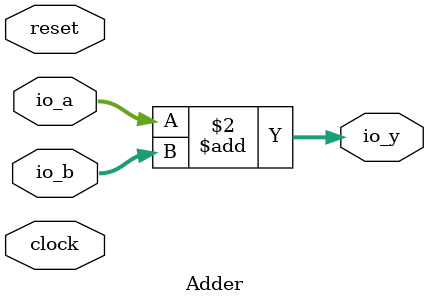
<source format=v>
module Adder( // @[:@3.2]
  input        clock, // @[:@4.4]
  input        reset, // @[:@5.4]
  input  [7:0] io_a, // @[:@6.4]
  input  [7:0] io_b, // @[:@6.4]
  output [7:0] io_y // @[:@6.4]
);
  wire [8:0] _T_11; // @[Adder.scala 12:16:@8.4]
  assign _T_11 = io_a + io_b; // @[Adder.scala 12:16:@8.4]
  assign io_y = io_a + io_b; // @[Adder.scala 12:8:@10.4]
endmodule

</source>
